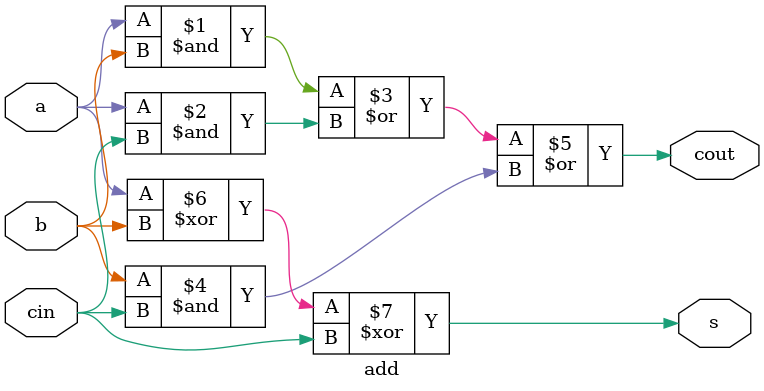
<source format=sv>
module add(input logic a, b, cin, output logic cout, s);
   assign cout = (a & b) | (a & cin) | (b & cin);
   assign s = a^b^cin;
endmodule // add

</source>
